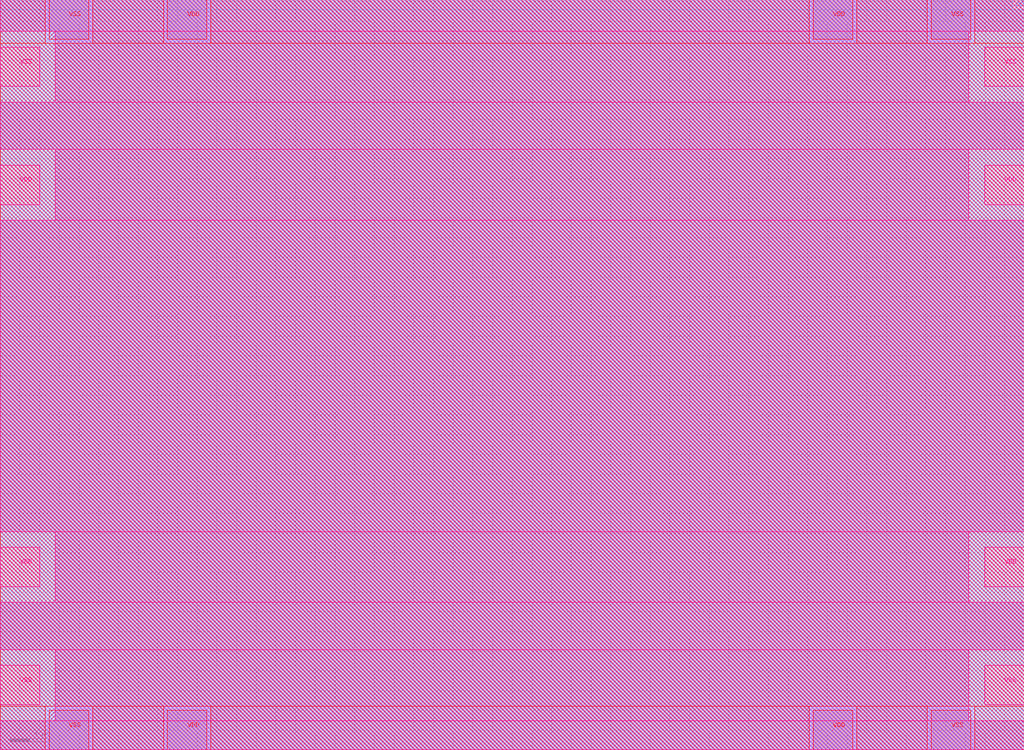
<source format=lef>
###############################################################
#  Generated by:      Cadence Innovus 20.13-s083_1
#  OS:                Linux x86_64(Host ID rice-503-20-north)
#  Generated on:      Fri May  6 19:28:08 2022
#  Design:            ringosc
#  Command:           write_lef_abstract -5.8 -extractBlockObs /home/users/xingyuni/ee372/aloe-sky130/aloe/layout/output/lef/ro_top3_2.lef
###############################################################

VERSION 5.8 ;

BUSBITCHARS "[]" ;
DIVIDERCHAR "/" ;

MACRO ringosc
  CLASS BLOCK ;
  SIZE 103.960000 BY 76.160000 ;
  FOREIGN ringosc 0.000000 0.000000 ;
  ORIGIN 0 0 ;
  SYMMETRY X Y R90 ;
  PIN en
    DIRECTION INPUT ;
    USE SIGNAL ;
    PORT
      LAYER met3 ;
        RECT 103.160000 75.550000 103.960000 75.850000 ;
    END
  END en
  PIN clk
    DIRECTION INPUT ;
    USE SIGNAL ;
  END clk
  PIN VSS
    DIRECTION INOUT ;
    USE GROUND ;
    PORT
      LAYER met4 ;
        RECT 4.980000 0.000000 8.980000 4.000000 ;
    END
    PORT
      LAYER met4 ;
        RECT 4.980000 72.160000 8.980000 76.160000 ;
    END
    PORT
      LAYER met4 ;
        RECT 94.550000 0.000000 98.550000 4.000000 ;
    END
    PORT
      LAYER met4 ;
        RECT 94.550000 72.160000 98.550000 76.160000 ;
    END
    PORT
      LAYER met5 ;
        RECT 0.000000 4.560000 4.000000 8.560000 ;
    END
    PORT
      LAYER met5 ;
        RECT 99.960000 4.560000 103.960000 8.560000 ;
    END
    PORT
      LAYER met5 ;
        RECT 0.000000 67.360000 4.000000 71.360000 ;
    END
    PORT
      LAYER met5 ;
        RECT 99.960000 67.360000 103.960000 71.360000 ;
    END
  END VSS
  PIN VDD
    DIRECTION INOUT ;
    USE POWER ;
    PORT
      LAYER met4 ;
        RECT 16.980000 0.000000 20.980000 4.000000 ;
    END
    PORT
      LAYER met4 ;
        RECT 16.980000 72.160000 20.980000 76.160000 ;
    END
    PORT
      LAYER met4 ;
        RECT 82.550000 0.000000 86.550000 4.000000 ;
    END
    PORT
      LAYER met4 ;
        RECT 82.550000 72.160000 86.550000 76.160000 ;
    END
    PORT
      LAYER met5 ;
        RECT 0.000000 16.560000 4.000000 20.560000 ;
    END
    PORT
      LAYER met5 ;
        RECT 99.960000 16.560000 103.960000 20.560000 ;
    END
    PORT
      LAYER met5 ;
        RECT 0.000000 55.360000 4.000000 59.360000 ;
    END
    PORT
      LAYER met5 ;
        RECT 99.960000 55.360000 103.960000 59.360000 ;
    END
  END VDD
  OBS
    LAYER li1 ;
      RECT 0.000000 0.000000 103.960000 76.160000 ;
    LAYER met1 ;
      RECT 0.000000 0.000000 103.960000 76.160000 ;
    LAYER met2 ;
      RECT 0.000000 0.000000 103.960000 76.160000 ;
    LAYER met3 ;
      RECT 0.000000 75.150000 102.760000 76.160000 ;
      RECT 0.000000 0.000000 103.960000 75.150000 ;
    LAYER met4 ;
      RECT 98.950000 71.760000 103.960000 76.160000 ;
      RECT 86.950000 71.760000 94.150000 76.160000 ;
      RECT 21.380000 71.760000 82.150000 76.160000 ;
      RECT 9.380000 71.760000 16.580000 76.160000 ;
      RECT 0.000000 71.760000 4.580000 76.160000 ;
      RECT 0.000000 4.400000 103.960000 71.760000 ;
      RECT 98.950000 0.000000 103.960000 4.400000 ;
      RECT 86.950000 0.000000 94.150000 4.400000 ;
      RECT 21.380000 0.000000 82.150000 4.400000 ;
      RECT 9.380000 0.000000 16.580000 4.400000 ;
      RECT 0.000000 0.000000 4.580000 4.400000 ;
    LAYER met5 ;
      RECT 0.000000 72.960000 103.960000 76.160000 ;
      RECT 5.600000 65.760000 98.360000 72.960000 ;
      RECT 0.000000 60.960000 103.960000 65.760000 ;
      RECT 5.600000 53.760000 98.360000 60.960000 ;
      RECT 0.000000 22.160000 103.960000 53.760000 ;
      RECT 5.600000 14.960000 98.360000 22.160000 ;
      RECT 0.000000 10.160000 103.960000 14.960000 ;
      RECT 5.600000 2.960000 98.360000 10.160000 ;
      RECT 0.000000 0.000000 103.960000 2.960000 ;
  END
END ringosc

END LIBRARY

</source>
